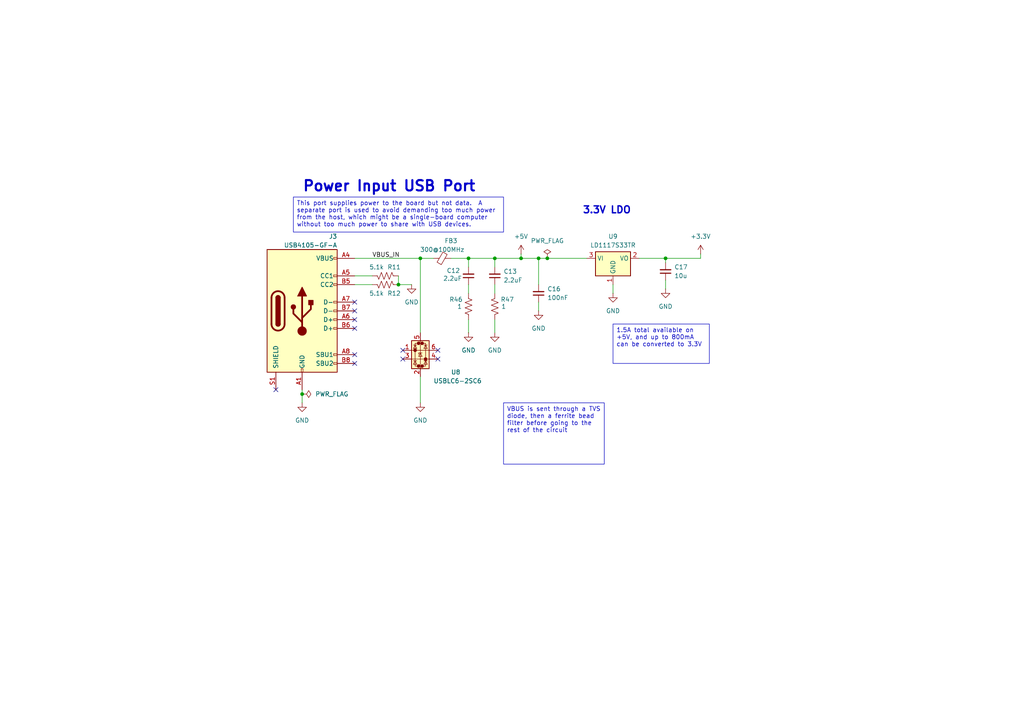
<source format=kicad_sch>
(kicad_sch (version 20231120) (generator "eeschema") (generator_version "8.0")
  (paper "A4")
  (title_block (title "Power Input USB Port") (comment 1 "Intended to connect to a multi port USB power brick.") (comment 2 "Power supply for the board using a second (power only) USB port."))
  (lib_symbols
    (symbol "Connector:USB_C_Receptacle_USB2.0_16P" (pin_names (offset 1.016))
      (property "Reference" "J" (at 0 22.225 0))
      (property "Value" "USB_C_Receptacle_USB2.0_16P" (at 0 19.685 0))
      (symbol "USB_C_Receptacle_USB2.0_16P_0_0"
        (rectangle (start -0.254 -17.78) (end 0.254 -16.764))
        (rectangle (start 10.16 -14.986) (end 9.144 -15.494))
        (rectangle (start 10.16 -12.446) (end 9.144 -12.954))
        (rectangle (start 10.16 -4.826) (end 9.144 -5.334))
        (rectangle (start 10.16 -2.286) (end 9.144 -2.794))
        (rectangle (start 10.16 0.254) (end 9.144 -0.254))
        (rectangle (start 10.16 2.794) (end 9.144 2.286))
        (rectangle (start 10.16 7.874) (end 9.144 7.366))
        (rectangle (start 10.16 10.414) (end 9.144 9.906))
        (rectangle (start 10.16 15.494) (end 9.144 14.986))
      )
      (symbol "USB_C_Receptacle_USB2.0_16P_0_1"
        (rectangle (start -10.16 17.78) (end 10.16 -17.78) (stroke (width 0.254)) (fill (type background)))
        (arc (start -8.89 -3.81) (mid -6.985 -5.7067) (end -5.08 -3.81) (stroke (width 0.508)))
        (arc (start -7.62 -3.81) (mid -6.985 -4.4423) (end -6.35 -3.81) (stroke (width 0.254)))
        (arc (start -7.62 -3.81) (mid -6.985 -4.4423) (end -6.35 -3.81) (stroke (width 0.254)) (fill (type outline)))
        (rectangle (start -7.62 -3.81) (end -6.35 3.81) (stroke (width 0.254)) (fill (type outline)))
        (arc (start -6.35 3.81) (mid -6.985 4.4423) (end -7.62 3.81) (stroke (width 0.254)))
        (arc (start -6.35 3.81) (mid -6.985 4.4423) (end -7.62 3.81) (stroke (width 0.254)) (fill (type outline)))
        (arc (start -5.08 3.81) (mid -6.985 5.7067) (end -8.89 3.81) (stroke (width 0.508)))
        (circle (center -2.54 1.143) (radius 0.635) (stroke (width 0.254)) (fill (type outline)))
        (circle (center 0 -5.842) (radius 1.27) (fill (type outline)))
        (polyline (pts (xy -8.89 -3.81) (xy -8.89 3.81)) (stroke (width 0.508)))
        (polyline (pts (xy -5.08 3.81) (xy -5.08 -3.81)) (stroke (width 0.508)))
        (polyline (pts (xy 0 -5.842) (xy 0 4.318)) (stroke (width 0.508)))
        (polyline (pts (xy 0 -3.302) (xy -2.54 -0.762) (xy -2.54 0.508)) (stroke (width 0.508)))
        (polyline (pts (xy 0 -2.032) (xy 2.54 0.508) (xy 2.54 1.778)) (stroke (width 0.508)))
        (polyline (pts (xy -1.27 4.318) (xy 0 6.858) (xy 1.27 4.318) (xy -1.27 4.318)) (stroke (width 0.254)) (fill (type outline)))
        (rectangle (start 1.905 1.778) (end 3.175 3.048) (stroke (width 0.254)) (fill (type outline)))
      )
      (symbol "USB_C_Receptacle_USB2.0_16P_1_1"
        (pin passive line (at 0 -22.86 90) (length 5.08) (name "GND") (number "A1"))
        (pin passive line (at 0 -22.86 90) (length 5.08) hide (name "GND") (number "A12"))
        (pin passive line (at 15.24 15.24 180) (length 5.08) (name "VBUS") (number "A4"))
        (pin bidirectional line (at 15.24 10.16 180) (length 5.08) (name "CC1") (number "A5"))
        (pin bidirectional line (at 15.24 -2.54 180) (length 5.08) (name "D+") (number "A6"))
        (pin bidirectional line (at 15.24 2.54 180) (length 5.08) (name "D-") (number "A7"))
        (pin bidirectional line (at 15.24 -12.7 180) (length 5.08) (name "SBU1") (number "A8"))
        (pin passive line (at 15.24 15.24 180) (length 5.08) hide (name "VBUS") (number "A9"))
        (pin passive line (at 0 -22.86 90) (length 5.08) hide (name "GND") (number "B1"))
        (pin passive line (at 0 -22.86 90) (length 5.08) hide (name "GND") (number "B12"))
        (pin passive line (at 15.24 15.24 180) (length 5.08) hide (name "VBUS") (number "B4"))
        (pin bidirectional line (at 15.24 7.62 180) (length 5.08) (name "CC2") (number "B5"))
        (pin bidirectional line (at 15.24 -5.08 180) (length 5.08) (name "D+") (number "B6"))
        (pin bidirectional line (at 15.24 0 180) (length 5.08) (name "D-") (number "B7"))
        (pin bidirectional line (at 15.24 -15.24 180) (length 5.08) (name "SBU2") (number "B8"))
        (pin passive line (at 15.24 15.24 180) (length 5.08) hide (name "VBUS") (number "B9"))
        (pin passive line (at -7.62 -22.86 90) (length 5.08) (name "SHIELD") (number "S1"))
      )
    )
    (symbol "Device:C_Small" (pin_numbers hide) (pin_names (offset 0.254) hide)
      (property "Reference" "C" (at 0.254 1.778 0))
      (property "Value" "C_Small" (at 0.254 -2.032 0))
      (symbol "C_Small_0_1"
        (polyline (pts (xy -1.524 -0.508) (xy 1.524 -0.508)) (stroke (width 0.3302)))
        (polyline (pts (xy -1.524 0.508) (xy 1.524 0.508)) (stroke (width 0.3048)))
      )
      (symbol "C_Small_1_1"
        (pin passive line (at 0 2.54 270) (length 2.032) (name "~") (number "1"))
        (pin passive line (at 0 -2.54 90) (length 2.032) (name "~") (number "2"))
      )
    )
    (symbol "Device:FerriteBead_Small" (pin_numbers hide) (pin_names (offset 0))
      (property "Reference" "FB" (at 1.905 1.27 0))
      (property "Value" "FerriteBead_Small" (at 1.905 -1.27 0))
      (symbol "FerriteBead_Small_0_1"
        (polyline (pts (xy 0 -1.27) (xy 0 -0.7874)))
        (polyline (pts (xy 0 0.889) (xy 0 1.2954)))
        (polyline (pts (xy -1.8288 0.2794) (xy -1.1176 1.4986) (xy 1.8288 -0.2032) (xy 1.1176 -1.4224) (xy -1.8288 0.2794)))
      )
      (symbol "FerriteBead_Small_1_1"
        (pin passive line (at 0 2.54 270) (length 1.27) (name "~") (number "1"))
        (pin passive line (at 0 -2.54 90) (length 1.27) (name "~") (number "2"))
      )
    )
    (symbol "Device:R_US" (pin_numbers hide) (pin_names (offset 0))
      (property "Reference" "R" (at 2.54 0 90))
      (property "Value" "R_US" (at -2.54 0 90))
      (symbol "R_US_0_1"
        (polyline (pts (xy 0 -2.286) (xy 0 -2.54)))
        (polyline (pts (xy 0 2.286) (xy 0 2.54)))
        (polyline (pts (xy 0 -0.762) (xy 1.016 -1.143) (xy 0 -1.524) (xy -1.016 -1.905) (xy 0 -2.286)))
        (polyline (pts (xy 0 0.762) (xy 1.016 0.381) (xy 0 0) (xy -1.016 -0.381) (xy 0 -0.762)))
        (polyline (pts (xy 0 2.286) (xy 1.016 1.905) (xy 0 1.524) (xy -1.016 1.143) (xy 0 0.762)))
      )
      (symbol "R_US_1_1"
        (pin passive line (at 0 3.81 270) (length 1.27) (name "~") (number "1"))
        (pin passive line (at 0 -3.81 90) (length 1.27) (name "~") (number "2"))
      )
    )
    (symbol "Power_Protection:USBLC6-2SC6" (pin_names hide)
      (property "Reference" "U" (at 0.635 5.715 0))
      (property "Value" "USBLC6-2SC6" (at 0.635 3.81 0))
      (symbol "USBLC6-2SC6_0_0"
        (circle (center -1.524 0) (radius 0.0001) (stroke (width 0.508)))
        (circle (center -0.508 -4.572) (radius 0.0001) (stroke (width 0.508)))
        (circle (center -0.508 2.032) (radius 0.0001) (stroke (width 0.508)))
        (circle (center 0.508 -4.572) (radius 0.0001) (stroke (width 0.508)))
        (circle (center 0.508 2.032) (radius 0.0001) (stroke (width 0.508)))
        (circle (center 1.524 -2.54) (radius 0.0001) (stroke (width 0.508)))
      )
      (symbol "USBLC6-2SC6_0_1"
        (polyline (pts (xy -2.54 -2.54) (xy 2.54 -2.54)))
        (polyline (pts (xy -2.54 0) (xy 2.54 0)))
        (polyline (pts (xy -2.032 -3.048) (xy -1.016 -3.048)))
        (polyline (pts (xy -1.016 1.524) (xy -2.032 1.524)))
        (polyline (pts (xy 1.016 -3.048) (xy 2.032 -3.048)))
        (polyline (pts (xy 1.016 1.524) (xy 2.032 1.524)))
        (polyline (pts (xy -0.508 -1.143) (xy -0.508 -0.762) (xy 0.508 -0.762)))
        (polyline (pts (xy -2.032 0.508) (xy -1.016 0.508) (xy -1.524 1.524) (xy -2.032 0.508)))
        (polyline (pts (xy -1.016 -4.064) (xy -2.032 -4.064) (xy -1.524 -3.048) (xy -1.016 -4.064)))
        (polyline (pts (xy 0.508 -1.778) (xy -0.508 -1.778) (xy 0 -0.762) (xy 0.508 -1.778)))
        (polyline (pts (xy 2.032 -4.064) (xy 1.016 -4.064) (xy 1.524 -3.048) (xy 2.032 -4.064)))
        (polyline (pts (xy 2.032 0.508) (xy 1.016 0.508) (xy 1.524 1.524) (xy 2.032 0.508)))
        (polyline (pts (xy 0 2.54) (xy -0.508 2.032) (xy 0.508 2.032) (xy 0 1.524) (xy 0 -4.064) (xy -0.508 -4.572) (xy 0.508 -4.572) (xy 0 -5.08)))
      )
      (symbol "USBLC6-2SC6_1_1"
        (rectangle (start -2.54 2.794) (end 2.54 -5.334) (stroke (width 0.254)) (fill (type background)))
        (polyline (pts (xy -0.508 2.032) (xy -1.524 2.032) (xy -1.524 -4.572) (xy -0.508 -4.572)))
        (polyline (pts (xy 0.508 -4.572) (xy 1.524 -4.572) (xy 1.524 2.032) (xy 0.508 2.032)))
        (pin passive line (at -5.08 0 0) (length 2.54) (name "I/O1") (number "1"))
        (pin passive line (at 0 -7.62 90) (length 2.54) (name "GND") (number "2"))
        (pin passive line (at -5.08 -2.54 0) (length 2.54) (name "I/O2") (number "3"))
        (pin passive line (at 5.08 -2.54 180) (length 2.54) (name "I/O2") (number "4"))
        (pin passive line (at 0 5.08 270) (length 2.54) (name "VBUS") (number "5"))
        (pin passive line (at 5.08 0 180) (length 2.54) (name "I/O1") (number "6"))
      )
    )
    (symbol "Regulator_Linear:LD1117S33TR_SOT223"
      (property "Reference" "U" (at -3.81 3.175 0))
      (property "Value" "LD1117S33TR_SOT223" (at 0 3.175 0))
      (symbol "LD1117S33TR_SOT223_0_1"
        (rectangle (start -5.08 -5.08) (end 5.08 1.905) (stroke (width 0.254)) (fill (type background)))
      )
      (symbol "LD1117S33TR_SOT223_1_1"
        (pin power_in line (at 0 -7.62 90) (length 2.54) (name "GND") (number "1"))
        (pin power_out line (at 7.62 0 180) (length 2.54) (name "VO") (number "2"))
        (pin power_in line (at -7.62 0 0) (length 2.54) (name "VI") (number "3"))
      )
    )
    (symbol "power:+3.3V" (power) (pin_numbers hide) (pin_names (offset 0) hide)
      (property "Value" "+3.3V" (at 0 3.556 0))
      (symbol "+3.3V_0_1"
        (polyline (pts (xy -0.762 1.27) (xy 0 2.54)))
        (polyline (pts (xy 0 0) (xy 0 2.54)))
        (polyline (pts (xy 0 2.54) (xy 0.762 1.27)))
      )
      (symbol "+3.3V_1_1"
        (pin power_in line (at 0 0 90) (length 0) (name "~") (number "1"))
      )
    )
    (symbol "power:+5V" (power) (pin_numbers hide) (pin_names (offset 0) hide)
      (property "Value" "+5V" (at 0 3.556 0))
      (symbol "+5V_0_1"
        (polyline (pts (xy -0.762 1.27) (xy 0 2.54)))
        (polyline (pts (xy 0 0) (xy 0 2.54)))
        (polyline (pts (xy 0 2.54) (xy 0.762 1.27)))
      )
      (symbol "+5V_1_1"
        (pin power_in line (at 0 0 90) (length 0) (name "~") (number "1"))
      )
    )
    (symbol "power:GND" (power) (pin_numbers hide) (pin_names (offset 0) hide)
      (property "Value" "GND" (at 0 -3.81 0))
      (symbol "GND_0_1"
        (polyline (pts (xy 0 0) (xy 0 -1.27) (xy 1.27 -1.27) (xy 0 -2.54) (xy -1.27 -1.27) (xy 0 -1.27)))
      )
      (symbol "GND_1_1"
        (pin power_in line (at 0 0 270) (length 0) (name "~") (number "1"))
      )
    )
    (symbol "power:PWR_FLAG" (power) (pin_numbers hide) (pin_names (offset 0) hide)
      (property "Value" "PWR_FLAG" (at 0 3.81 0))
      (symbol "PWR_FLAG_0_0"
        (pin power_out line (at 0 0 90) (length 0) (name "~") (number "1"))
      )
      (symbol "PWR_FLAG_0_1"
        (polyline (pts (xy 0 0) (xy 0 1.27) (xy -1.016 1.905) (xy 0 2.54) (xy 1.016 1.905) (xy 0 1.27)))
      )
    )
  )
  (junction (at 158.75 74.93))
  (junction (at 143.51 74.93))
  (junction (at 121.92 74.93))
  (junction (at 151.13 74.93))
  (junction (at 87.63 114.3))
  (junction (at 156.21 74.93))
  (junction (at 135.89 74.93))
  (junction (at 115.57 82.55))
  (junction (at 193.04 74.93))
  (no_connect (at 102.87 87.63))
  (no_connect (at 102.87 95.25))
  (no_connect (at 102.87 92.71))
  (no_connect (at 80.01 113.03))
  (no_connect (at 116.84 104.14))
  (no_connect (at 102.87 90.17))
  (no_connect (at 127 104.14))
  (no_connect (at 102.87 102.87))
  (no_connect (at 116.84 101.6))
  (no_connect (at 102.87 105.41))
  (no_connect (at 127 101.6))
  (wire (pts (xy 151.13 74.93) (xy 143.51 74.93)))
  (wire (pts (xy 143.51 74.93) (xy 143.51 77.47)))
  (wire (pts (xy 107.95 82.55) (xy 102.87 82.55)))
  (wire (pts (xy 203.2 73.66) (xy 203.2 74.93)))
  (wire (pts (xy 121.92 74.93) (xy 125.73 74.93)))
  (wire (pts (xy 151.13 73.66) (xy 151.13 74.93)))
  (wire (pts (xy 158.75 74.93) (xy 170.18 74.93)))
  (wire (pts (xy 156.21 87.63) (xy 156.21 90.17)))
  (wire (pts (xy 87.63 114.3) (xy 87.63 116.84)))
  (wire (pts (xy 143.51 82.55) (xy 143.51 85.09)))
  (wire (pts (xy 177.8 82.55) (xy 177.8 85.09)))
  (wire (pts (xy 135.89 74.93) (xy 143.51 74.93)))
  (wire (pts (xy 151.13 74.93) (xy 156.21 74.93)))
  (wire (pts (xy 115.57 82.55) (xy 119.38 82.55)))
  (wire (pts (xy 115.57 80.01) (xy 115.57 82.55)))
  (wire (pts (xy 107.95 80.01) (xy 102.87 80.01)))
  (wire (pts (xy 135.89 82.55) (xy 135.89 85.09)))
  (wire (pts (xy 87.63 113.03) (xy 87.63 114.3)))
  (wire (pts (xy 193.04 74.93) (xy 193.04 76.2)))
  (wire (pts (xy 130.81 74.93) (xy 135.89 74.93)))
  (wire (pts (xy 135.89 92.71) (xy 135.89 96.52)))
  (wire (pts (xy 156.21 74.93) (xy 158.75 74.93)))
  (wire (pts (xy 156.21 74.93) (xy 156.21 82.55)))
  (wire (pts (xy 143.51 92.71) (xy 143.51 96.52)))
  (wire (pts (xy 135.89 74.93) (xy 135.89 77.47)))
  (wire (pts (xy 102.87 74.93) (xy 121.92 74.93)))
  (wire (pts (xy 185.42 74.93) (xy 193.04 74.93)))
  (wire (pts (xy 121.92 74.93) (xy 121.92 96.52)))
  (wire (pts (xy 193.04 81.28) (xy 193.04 83.82)))
  (wire (pts (xy 121.92 109.22) (xy 121.92 116.84)))
  (wire (pts (xy 193.04 74.93) (xy 203.2 74.93)))
  (text_box "1.5A total available on +5V, and up to 800mA can be converted to 3.3V" (at 177.8 93.98 0) (size 27.94 11.43) (effects (font (size 1.27 1.27)) (justify left top)))
  (text_box "VBUS is sent through a TVS diode, then a ferrite bead filter before going to the rest of the circuit" (at 146.05 116.84 0) (size 29.21 17.78) (effects (font (size 1.27 1.27)) (justify left top)))
  (text_box "This port supplies power to the board but not data.  A separate port is used to avoid demanding too much power from the host, which might be a single-board computer without too much power to share with USB devices." (at 85.09 57.15 0) (size 60.96 10.16) (effects (font (size 1.27 1.27)) (justify left top)))
  (text "3.3V LDO" (at 168.91 62.23 0) (effects (font (size 2 2) (thickness 0.4) (bold yes)) (justify left bottom)))
  (text "Power Input USB Port" (at 87.63 55.88 0) (effects (font (size 3 3) (thickness 0.6) (bold yes)) (justify left bottom)))
  (label "VBUS_IN" (at 107.95 74.93 0))
  (symbol (lib_id "Device:C_Small") (at 135.89 80.01 180) (unit 1)
    (property "Reference" "C12" (at 129.54 78.486 0) (effects (justify right)))
    (property "Value" "2.2uF" (at 128.524 80.772 0) (effects (justify right)))
    (property "Footprint" "Capacitor_SMD:C_1206_3216Metric" (effects (hide yes)))
    (property "Description" "Unpolarized capacitor, small symbol" (effects (hide yes)))
    (property "Supplier" "Digi-Key" (effects (hide yes)))
    (property "LibRef" "CL31B225KBHNNNE" (effects (hide yes)))
    (property "SKU" "1276-1291-1-ND" (effects (hide yes)))
  )
  (symbol (lib_id "Device:C_Small") (at 193.04 78.74 180) (unit 1)
    (property "Reference" "C17" (at 195.58 77.4636 0) (effects (justify right)))
    (property "Value" "10u" (at 195.58 80.0036 0) (effects (justify right)))
    (property "Footprint" "Capacitor_SMD:C_1206_3216Metric" (effects (hide yes)))
    (property "Description" "Unpolarized capacitor, small symbol" (effects (hide yes)))
    (property "Supplier" "Digi-Key" (effects (hide yes)))
    (property "LibRef" "CL31B106KLHNNNE" (effects (hide yes)))
  )
  (symbol (lib_id "Power_Protection:USBLC6-2SC6") (at 121.92 101.6 0) (unit 1)
    (property "Reference" "U8" (at 130.81 107.95 0) (effects (justify left)))
    (property "Value" "USBLC6-2SC6" (at 125.73 110.49 0) (effects (justify left)))
    (property "Footprint" "Package_TO_SOT_SMD:SOT-23-6" (effects (hide yes)))
    (property "Datasheet" "https://www.st.com/resource/en/datasheet/usblc6-2.pdf" (effects (hide yes)))
    (property "Description" "Very low capacitance ESD protection diode, 2 data-line, SOT-23-6" (effects (hide yes)))
    (property "SKU" "497-5235-1-ND" (effects (hide yes)))
    (property "Supplier" "Digi-Key" (effects (hide yes)))
  )
  (symbol (lib_id "power:PWR_FLAG") (at 158.75 74.93 0) (unit 1)
    (property "Reference" "#FLG03" (effects (hide yes)))
    (property "Value" "PWR_FLAG" (at 158.75 69.85 0))
    (property "Description" "Special symbol for telling ERC where power comes from" (effects (hide yes)))
  )
  (symbol (lib_id "power:+3.3V") (at 203.2 73.66 0) (unit 1)
    (property "Reference" "#PWR030" (effects (hide yes)))
    (property "Value" "+3.3V" (at 203.2 68.58 0))
    (property "Description" "Power symbol creates a global label with name \"+3.3V\"" (effects (hide yes)))
  )
  (symbol (lib_id "Device:R_US") (at 111.76 82.55 90) (mirror x) (unit 1)
    (property "Reference" "R12" (at 114.3 85.09 90))
    (property "Value" "5.1k" (at 109.22 85.09 90))
    (property "Footprint" "Resistor_SMD:R_1206_3216Metric" (effects (hide yes)))
    (property "Description" "Resistor, US symbol" (effects (hide yes)))
    (property "Supplier" "Digi-Key" (effects (hide yes)))
    (property "LibRef" "RC1206FR-075K1L" (effects (hide yes)))
    (property "SKU" "311-5.10KFRCT-ND" (effects (hide yes)))
  )
  (symbol (lib_id "power:GND") (at 121.92 116.84 0) (mirror y) (unit 1)
    (property "Reference" "#PWR023" (effects (hide yes)))
    (property "Value" "GND" (at 121.92 121.92 0))
    (property "Description" "Power symbol creates a global label with name \"GND\" , ground" (effects (hide yes)))
  )
  (symbol (lib_id "power:GND") (at 143.51 96.52 0) (unit 1)
    (property "Reference" "#PWR025" (effects (hide yes)))
    (property "Value" "GND" (at 143.51 101.6 0))
    (property "Description" "Power symbol creates a global label with name \"GND\" , ground" (effects (hide yes)))
  )
  (symbol (lib_id "Device:C_Small") (at 156.21 85.09 180) (unit 1)
    (property "Reference" "C16" (at 158.75 83.8136 0) (effects (justify right)))
    (property "Value" "100nF" (at 158.75 86.3536 0) (effects (justify right)))
    (property "Footprint" "Capacitor_SMD:C_1206_3216Metric" (effects (hide yes)))
    (property "Description" "Unpolarized capacitor, small symbol" (effects (hide yes)))
    (property "Supplier" "Digi-Key" (effects (hide yes)))
    (property "LibRef" "GRM319R72A104KA01D" (effects (hide yes)))
  )
  (symbol (lib_id "power:GND") (at 177.8 85.09 0) (unit 1)
    (property "Reference" "#PWR028" (effects (hide yes)))
    (property "Value" "GND" (at 177.8 90.17 0))
    (property "Description" "Power symbol creates a global label with name \"GND\" , ground" (effects (hide yes)))
  )
  (symbol (lib_id "power:GND") (at 156.21 90.17 0) (unit 1)
    (property "Reference" "#PWR027" (effects (hide yes)))
    (property "Value" "GND" (at 156.21 95.25 0))
    (property "Description" "Power symbol creates a global label with name \"GND\" , ground" (effects (hide yes)))
  )
  (symbol (lib_id "Device:C_Small") (at 143.51 80.01 180) (unit 1)
    (property "Reference" "C13" (at 146.05 78.7336 0) (effects (justify right)))
    (property "Value" "2.2uF" (at 146.05 81.2736 0) (effects (justify right)))
    (property "Footprint" "Capacitor_SMD:C_1206_3216Metric" (effects (hide yes)))
    (property "Description" "Unpolarized capacitor, small symbol" (effects (hide yes)))
    (property "Supplier" "Digi-Key" (effects (hide yes)))
    (property "LibRef" "CL31B225KBHNNNE" (effects (hide yes)))
    (property "SKU" "1276-1291-1-ND" (effects (hide yes)))
  )
  (symbol (lib_id "power:PWR_FLAG") (at 87.63 114.3 270) (unit 1)
    (property "Reference" "#FLG01" (effects (hide yes)))
    (property "Value" "PWR_FLAG" (at 91.44 114.3 90) (effects (justify left)))
    (property "Description" "Special symbol for telling ERC where power comes from" (effects (hide yes)))
  )
  (symbol (lib_id "power:GND") (at 119.38 82.55 0) (mirror y) (unit 1)
    (property "Reference" "#PWR016" (effects (hide yes)))
    (property "Value" "GND" (at 119.38 87.63 0))
    (property "Description" "Power symbol creates a global label with name \"GND\" , ground" (effects (hide yes)))
  )
  (symbol (lib_id "Device:R_US") (at 111.76 80.01 90) (mirror x) (unit 1)
    (property "Reference" "R11" (at 114.3 77.47 90))
    (property "Value" "5.1k" (at 109.22 77.47 90))
    (property "Footprint" "Resistor_SMD:R_1206_3216Metric" (effects (hide yes)))
    (property "Description" "Resistor, US symbol" (effects (hide yes)))
    (property "Supplier" "Digi-Key" (effects (hide yes)))
    (property "LibRef" "RC1206FR-075K1L" (effects (hide yes)))
    (property "SKU" "311-5.10KFRCT-ND" (effects (hide yes)))
  )
  (symbol (lib_id "power:GND") (at 87.63 116.84 0) (mirror y) (unit 1)
    (property "Reference" "#PWR015" (effects (hide yes)))
    (property "Value" "GND" (at 87.63 121.92 0))
    (property "Description" "Power symbol creates a global label with name \"GND\" , ground" (effects (hide yes)))
  )
  (symbol (lib_id "Regulator_Linear:LD1117S33TR_SOT223") (at 177.8 74.93 0) (unit 1)
    (property "Reference" "U9" (at 177.8 68.58 0))
    (property "Value" "LD1117S33TR" (at 177.8 71.12 0))
    (property "Footprint" "Package_TO_SOT_SMD:SOT-223-3_TabPin2" (effects (hide yes)))
    (property "Datasheet" "http://www.st.com/st-web-ui/static/active/en/resource/technical/document/datasheet/CD00000544.pdf" (effects (hide yes)))
    (property "Description" "800mA Fixed Low Drop Positive Voltage Regulator, Fixed Output 3.3V, SOT-223" (effects (hide yes)))
    (property "Supplier" "Digi-Key" (effects (hide yes)))
    (property "SKU" "497-1242-1-ND" (effects (hide yes)))
  )
  (symbol (lib_id "power:GND") (at 193.04 83.82 0) (unit 1)
    (property "Reference" "#PWR029" (effects (hide yes)))
    (property "Value" "GND" (at 193.04 88.9 0))
    (property "Description" "Power symbol creates a global label with name \"GND\" , ground" (effects (hide yes)))
  )
  (symbol (lib_id "power:+5V") (at 151.13 73.66 0) (unit 1)
    (property "Reference" "#PWR026" (effects (hide yes)))
    (property "Value" "+5V" (at 151.13 68.58 0))
    (property "Description" "Power symbol creates a global label with name \"+5V\"" (effects (hide yes)))
  )
  (symbol (lib_id "Device:FerriteBead_Small") (at 128.27 74.93 90) (unit 1)
    (property "Reference" "FB3" (at 130.81 69.85 90))
    (property "Value" "300@100MHz" (at 128.27 72.39 90))
    (property "Footprint" "Resistor_SMD:R_1206_3216Metric" (effects (hide yes)))
    (property "Description" "Ferrite bead, small symbol" (effects (hide yes)))
    (property "SKU" "732-4654-1-ND" (effects (hide yes)))
    (property "Supplier" "Digi-Key" (effects (hide yes)))
    (property "LibRef" "742792121" (effects (hide yes)))
  )
  (symbol (lib_id "Device:R_US") (at 143.51 88.9 0) (mirror x) (unit 1)
    (property "Reference" "R47" (at 149.098 86.868 0) (effects (justify right)))
    (property "Value" "1" (at 146.812 88.9 0) (effects (justify right)))
    (property "Footprint" "Resistor_SMD:R_1206_3216Metric" (effects (hide yes)))
    (property "Description" "Resistor, US symbol" (effects (hide yes)))
    (property "Supplier" "Digi-Key" (effects (hide yes)))
    (property "LibRef" "P1.0RCT-ND" (effects (hide yes)))
    (property "SKU" "P120FCT-ND" (effects (hide yes)))
  )
  (symbol (lib_id "Connector:USB_C_Receptacle_USB2.0_16P") (at 87.63 90.17 0) (unit 1)
    (property "Reference" "J3" (at 97.79 68.58 0) (effects (justify right)))
    (property "Value" "USB4105-GF-A" (at 97.79 71.12 0) (effects (justify right)))
    (property "Footprint" "project libraries:USB_C_Receptacle_GCT_USB4105-xx-A_16P_TopMnt_Horizontal-ExtraHoleClearance" (effects (hide yes)))
    (property "Datasheet" "https://www.usb.org/sites/default/files/documents/usb_type-c.zip" (effects (hide yes)))
    (property "Description" "USB 2.0-only 16P Type-C Receptacle connector" (effects (hide yes)))
    (property "SKU" "2073-USB4105-GF-ACT-ND" (effects (hide yes)))
    (property "Supplier" "Digi-Key" (effects (hide yes)))
  )
  (symbol (lib_id "power:GND") (at 135.89 96.52 0) (unit 1)
    (property "Reference" "#PWR024" (effects (hide yes)))
    (property "Value" "GND" (at 135.89 101.6 0))
    (property "Description" "Power symbol creates a global label with name \"GND\" , ground" (effects (hide yes)))
  )
  (symbol (lib_id "Device:R_US") (at 135.89 88.9 180) (unit 1)
    (property "Reference" "R46" (at 130.302 86.868 0) (effects (justify right)))
    (property "Value" "1" (at 132.588 88.9 0) (effects (justify right)))
    (property "Footprint" "Resistor_SMD:R_1206_3216Metric" (effects (hide yes)))
    (property "Description" "Resistor, US symbol" (effects (hide yes)))
    (property "Supplier" "Digi-Key" (effects (hide yes)))
    (property "LibRef" "P1.0RCT-ND" (effects (hide yes)))
    (property "SKU" "P120FCT-ND" (effects (hide yes)))
  )
)
</source>
